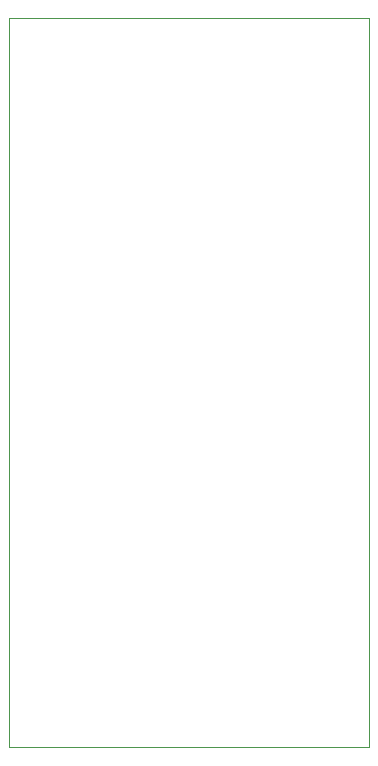
<source format=gbr>
G04 #@! TF.GenerationSoftware,KiCad,Pcbnew,5.1.5-52549c5~84~ubuntu18.04.1*
G04 #@! TF.CreationDate,2020-02-06T21:01:49-05:00*
G04 #@! TF.ProjectId,pedal-board-2020,70656461-6c2d-4626-9f61-72642d323032,rev?*
G04 #@! TF.SameCoordinates,Original*
G04 #@! TF.FileFunction,Profile,NP*
%FSLAX46Y46*%
G04 Gerber Fmt 4.6, Leading zero omitted, Abs format (unit mm)*
G04 Created by KiCad (PCBNEW 5.1.5-52549c5~84~ubuntu18.04.1) date 2020-02-06 21:01:49*
%MOMM*%
%LPD*%
G04 APERTURE LIST*
%ADD10C,0.050000*%
G04 APERTURE END LIST*
D10*
X82296000Y-113284000D02*
X82550000Y-113284000D01*
X82296000Y-51562000D02*
X82296000Y-113284000D01*
X112776000Y-51562000D02*
X82296000Y-51562000D01*
X112776000Y-113284000D02*
X112776000Y-51562000D01*
X82550000Y-113284000D02*
X112776000Y-113284000D01*
M02*

</source>
